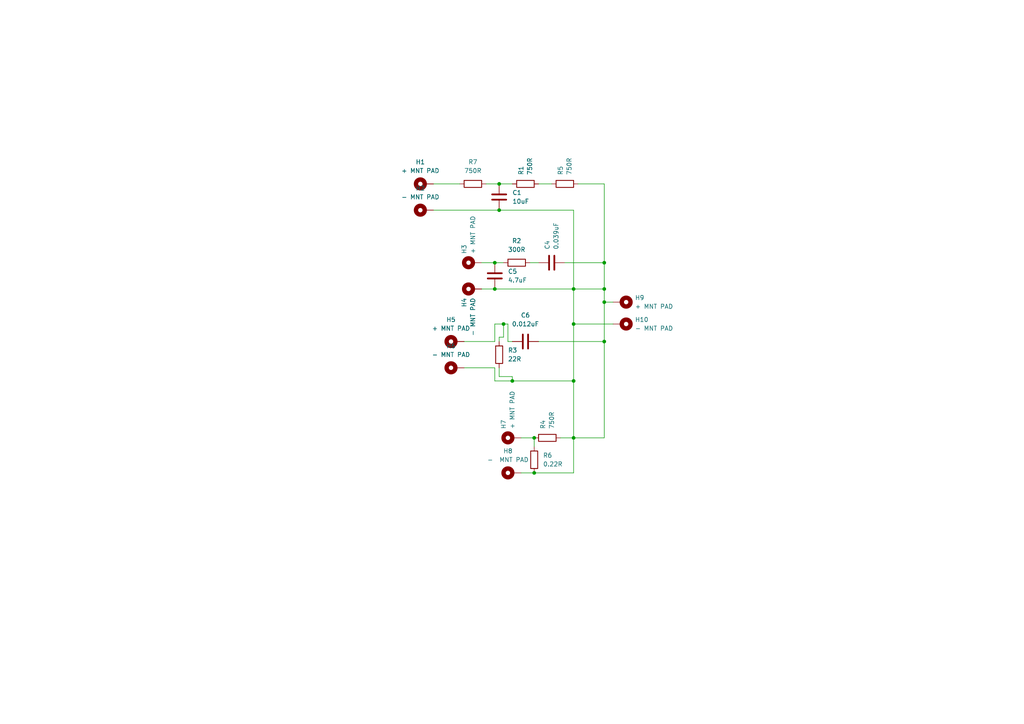
<source format=kicad_sch>
(kicad_sch (version 20250114) (generator "eeschema") (generator_version "9.0")
  (paper "A4")
  (title_block (title "Project Resonator Crossover Circuit PCB") (date "2025-04-01") (rev "Revision 2"))
  (lib_symbols
    (symbol "Device:C" (pin_numbers (hide yes)) (pin_names (offset 0.254))
      (property "Reference" "C" (at 0.635 2.54 0))
      (property "Value" "C" (at 0.635 -2.54 0))
      (symbol "C_0_1"
        (polyline (pts (xy -2.032 0.762) (xy 2.032 0.762)) (stroke (width 0.508)))
        (polyline (pts (xy -2.032 -0.762) (xy 2.032 -0.762)) (stroke (width 0.508)))
      )
      (symbol "C_1_1"
        (pin passive line (at 0 3.81 270) (length 2.794) (name "~") (number "1"))
        (pin passive line (at 0 -3.81 90) (length 2.794) (name "~") (number "2"))
      )
    )
    (symbol "Device:R" (pin_numbers (hide yes)) (pin_names (offset 0))
      (property "Reference" "R" (at 2.032 0 90))
      (property "Value" "R" (at 0 0 90))
      (symbol "R_0_1"
        (rectangle (start -1.016 -2.54) (end 1.016 2.54) (stroke (width 0.254)))
      )
      (symbol "R_1_1"
        (pin passive line (at 0 3.81 270) (length 1.27) (name "~") (number "1"))
        (pin passive line (at 0 -3.81 90) (length 1.27) (name "~") (number "2"))
      )
    )
    (symbol "Mechanical:MountingHole_Pad" (pin_numbers (hide yes)) (pin_names (offset 1.016) (hide yes)) (exclude_from_sim yes) (in_bom no)
      (property "Reference" "H" (at 0 6.35 0))
      (property "Value" "MountingHole_Pad" (at 0 4.445 0))
      (symbol "MountingHole_Pad_0_1"
        (circle (center 0 1.27) (radius 1.27) (stroke (width 1.27)))
      )
      (symbol "MountingHole_Pad_1_1"
        (pin input line (at 0 -2.54 90) (length 2.54) (name "1") (number "1"))
      )
    )
    (symbol "MountingHole_Pad_1" (pin_numbers (hide yes)) (pin_names (offset 1.016) (hide yes)) (exclude_from_sim yes) (in_bom no)
      (property "Reference" "H" (at 0 6.35 0))
      (property "Value" "MountingHole_Pad" (at 0 4.445 0))
      (symbol "MountingHole_Pad_1_0_1"
        (circle (center 0 1.27) (radius 1.27) (stroke (width 1.27)))
      )
      (symbol "MountingHole_Pad_1_1_1"
        (pin input line (at 0 -2.54 90) (length 2.54) (name "1") (number "1"))
      )
    )
    (symbol "R_1" (pin_numbers (hide yes)) (pin_names (offset 0))
      (property "Reference" "R" (at 2.032 0 90))
      (property "Value" "R" (at 0 0 90))
      (symbol "R_1_0_1"
        (rectangle (start -1.016 -2.54) (end 1.016 2.54) (stroke (width 0.254)))
      )
      (symbol "R_1_1_1"
        (pin passive line (at 0 3.81 270) (length 1.27) (name "~") (number "1"))
        (pin passive line (at 0 -3.81 90) (length 1.27) (name "~") (number "2"))
      )
    )
  )
  (junction (at 148.59 110.49))
  (junction (at 143.51 76.2))
  (junction (at 144.78 60.96))
  (junction (at 166.37 127))
  (junction (at 166.37 110.49))
  (junction (at 144.78 53.34))
  (junction (at 146.05 93.98))
  (junction (at 175.26 87.63))
  (junction (at 175.26 99.06))
  (junction (at 175.26 83.82))
  (junction (at 154.94 127))
  (junction (at 166.37 83.82))
  (junction (at 154.94 137.16))
  (junction (at 166.37 93.98))
  (junction (at 175.26 76.2))
  (junction (at 143.51 83.82))
  (wire (pts (xy 175.26 53.34) (xy 175.26 76.2)))
  (wire (pts (xy 154.94 137.16) (xy 166.37 137.16)))
  (wire (pts (xy 143.51 76.2) (xy 146.05 76.2)))
  (wire (pts (xy 175.26 76.2) (xy 175.26 83.82)))
  (wire (pts (xy 163.83 76.2) (xy 175.26 76.2)))
  (wire (pts (xy 144.78 60.96) (xy 166.37 60.96)))
  (wire (pts (xy 153.67 76.2) (xy 156.21 76.2)))
  (wire (pts (xy 143.51 93.98) (xy 143.51 99.06)))
  (wire (pts (xy 154.94 127) (xy 154.94 129.54)))
  (wire (pts (xy 156.21 53.34) (xy 160.02 53.34)))
  (wire (pts (xy 148.59 109.22) (xy 144.78 109.22)))
  (wire (pts (xy 143.51 93.98) (xy 146.05 93.98)))
  (wire (pts (xy 146.05 93.98) (xy 147.32 93.98)))
  (wire (pts (xy 125.73 60.96) (xy 144.78 60.96)))
  (wire (pts (xy 156.21 99.06) (xy 175.26 99.06)))
  (wire (pts (xy 125.73 53.34) (xy 133.35 53.34)))
  (wire (pts (xy 143.51 106.68) (xy 134.62 106.68)))
  (wire (pts (xy 175.26 87.63) (xy 177.8 87.63)))
  (wire (pts (xy 166.37 60.96) (xy 166.37 83.82)))
  (wire (pts (xy 166.37 127) (xy 166.37 137.16)))
  (wire (pts (xy 144.78 97.79) (xy 144.78 99.06)))
  (wire (pts (xy 146.05 97.79) (xy 144.78 97.79)))
  (wire (pts (xy 146.05 93.98) (xy 146.05 97.79)))
  (wire (pts (xy 166.37 110.49) (xy 166.37 127)))
  (wire (pts (xy 151.13 137.16) (xy 154.94 137.16)))
  (wire (pts (xy 166.37 83.82) (xy 175.26 83.82)))
  (wire (pts (xy 144.78 109.22) (xy 144.78 106.68)))
  (wire (pts (xy 143.51 83.82) (xy 166.37 83.82)))
  (wire (pts (xy 166.37 93.98) (xy 177.8 93.98)))
  (wire (pts (xy 166.37 127) (xy 175.26 127)))
  (wire (pts (xy 175.26 99.06) (xy 175.26 127)))
  (wire (pts (xy 140.97 53.34) (xy 144.78 53.34)))
  (wire (pts (xy 162.56 127) (xy 166.37 127)))
  (wire (pts (xy 166.37 83.82) (xy 166.37 93.98)))
  (wire (pts (xy 167.64 53.34) (xy 175.26 53.34)))
  (wire (pts (xy 175.26 87.63) (xy 175.26 99.06)))
  (wire (pts (xy 175.26 83.82) (xy 175.26 87.63)))
  (wire (pts (xy 147.32 93.98) (xy 147.32 99.06)))
  (wire (pts (xy 166.37 93.98) (xy 166.37 110.49)))
  (wire (pts (xy 151.13 127) (xy 154.94 127)))
  (wire (pts (xy 143.51 99.06) (xy 134.62 99.06)))
  (wire (pts (xy 148.59 110.49) (xy 148.59 109.22)))
  (wire (pts (xy 147.32 99.06) (xy 148.59 99.06)))
  (wire (pts (xy 144.78 53.34) (xy 148.59 53.34)))
  (wire (pts (xy 148.59 110.49) (xy 166.37 110.49)))
  (wire (pts (xy 139.7 83.82) (xy 143.51 83.82)))
  (wire (pts (xy 143.51 110.49) (xy 143.51 106.68)))
  (wire (pts (xy 143.51 110.49) (xy 148.59 110.49)))
  (wire (pts (xy 139.7 76.2) (xy 143.51 76.2)))
  (symbol (lib_name "R_1") (lib_id "Device:R") (at 144.78 102.87 0) (unit 1)
    (property "Reference" "R3" (at 147.32 101.5999 0) (effects (justify left)))
    (property "Value" "22R" (at 147.32 104.1399 0) (effects (justify left)))
    (property "Footprint" "Resistor_SMD:R_0402_1005Metric_Pad0.72x0.64mm_HandSolder" (effects (hide yes)))
    (property "Description" "Resistor" (effects (hide yes)))
  )
  (symbol (lib_id "Mechanical:MountingHole_Pad") (at 148.59 137.16 90) (mirror x) (unit 1) (in_bom no)
    (property "Reference" "H8" (at 147.32 130.81 90))
    (property "Value" "-  MNT PAD" (at 147.32 133.35 90))
    (property "Footprint" "TestPoint:TestPoint_Pad_1.0x1.0mm" (effects (hide yes)))
    (property "Description" "Mounting Hole with connection" (effects (hide yes)))
  )
  (symbol (lib_id "Device:C") (at 143.51 80.01 0) (unit 1)
    (property "Reference" "C5" (at 147.32 78.7399 0) (effects (justify left)))
    (property "Value" "4.7uF" (at 147.32 81.2799 0) (effects (justify left)))
    (property "Footprint" "Capacitor_SMD:C_0402_1005Metric_Pad0.74x0.62mm_HandSolder" (effects (hide yes)))
    (property "Description" "Unpolarized capacitor" (effects (hide yes)))
  )
  (symbol (lib_id "Mechanical:MountingHole_Pad") (at 137.16 76.2 90) (unit 1) (in_bom no)
    (property "Reference" "H3" (at 134.6199 73.66 0) (effects (justify left)))
    (property "Value" "+ MNT PAD" (at 137.1599 73.66 0) (effects (justify left)))
    (property "Footprint" "TestPoint:TestPoint_Pad_1.0x1.0mm" (effects (hide yes)))
    (property "Description" "Mounting Hole with connection" (effects (hide yes)))
  )
  (symbol (lib_id "Mechanical:MountingHole_Pad") (at 180.34 87.63 270) (mirror x) (unit 1) (in_bom no)
    (property "Reference" "H9" (at 184.15 86.3599 90) (effects (justify left)))
    (property "Value" "+ MNT PAD" (at 184.15 88.8999 90) (effects (justify left)))
    (property "Footprint" "TestPoint:TestPoint_Pad_1.0x1.0mm" (effects (hide yes)))
    (property "Description" "Mounting Hole with connection" (effects (hide yes)))
  )
  (symbol (lib_id "Mechanical:MountingHole_Pad") (at 132.08 99.06 90) (unit 1) (in_bom no)
    (property "Reference" "H5" (at 130.81 92.71 90))
    (property "Value" "+ MNT PAD" (at 130.81 95.25 90))
    (property "Footprint" "TestPoint:TestPoint_Pad_1.0x1.0mm" (effects (hide yes)))
    (property "Description" "Mounting Hole with connection" (effects (hide yes)))
  )
  (symbol (lib_id "Device:R") (at 154.94 133.35 0) (unit 1)
    (property "Reference" "R6" (at 157.48 132.0799 0) (effects (justify left)))
    (property "Value" "0.22R" (at 157.48 134.6199 0) (effects (justify left)))
    (property "Footprint" "Resistor_SMD:R_0402_1005Metric_Pad0.72x0.64mm_HandSolder" (effects (hide yes)))
    (property "Description" "Resistor" (effects (hide yes)))
  )
  (symbol (lib_id "Mechanical:MountingHole_Pad") (at 180.34 93.98 270) (unit 1) (in_bom no)
    (property "Reference" "H10" (at 184.15 92.7099 90) (effects (justify left)))
    (property "Value" "- MNT PAD" (at 184.15 95.2499 90) (effects (justify left)))
    (property "Footprint" "TestPoint:TestPoint_Pad_1.0x1.0mm" (effects (hide yes)))
    (property "Description" "Mounting Hole with connection" (effects (hide yes)))
  )
  (symbol (lib_id "Mechanical:MountingHole_Pad") (at 148.59 127 90) (unit 1) (in_bom no)
    (property "Reference" "H7" (at 146.0499 124.46 0) (effects (justify left)))
    (property "Value" "+ MNT PAD" (at 148.5899 124.46 0) (effects (justify left)))
    (property "Footprint" "TestPoint:TestPoint_Pad_1.0x1.0mm" (effects (hide yes)))
    (property "Description" "Mounting Hole with connection" (effects (hide yes)))
  )
  (symbol (lib_id "Device:R") (at 149.86 76.2 90) (unit 1)
    (property "Reference" "R2" (at 149.86 69.85 90))
    (property "Value" "300R" (at 149.86 72.39 90))
    (property "Footprint" "Resistor_SMD:R_0402_1005Metric_Pad0.72x0.64mm_HandSolder" (effects (hide yes)))
    (property "Description" "Resistor" (effects (hide yes)))
  )
  (symbol (lib_name "MountingHole_Pad_1") (lib_id "Mechanical:MountingHole_Pad") (at 123.19 53.34 90) (unit 1) (in_bom no)
    (property "Reference" "H1" (at 121.92 46.99 90))
    (property "Value" "+ MNT PAD" (at 121.92 49.53 90))
    (property "Footprint" "TestPoint:TestPoint_Pad_1.0x1.0mm" (effects (hide yes)))
    (property "Description" "Mounting Hole with connection" (effects (hide yes)))
  )
  (symbol (lib_id "Mechanical:MountingHole_Pad") (at 123.19 60.96 90) (mirror x) (unit 1) (in_bom no)
    (property "Reference" "H2" (at 121.92 54.61 90))
    (property "Value" "- MNT PAD" (at 121.92 57.15 90))
    (property "Footprint" "TestPoint:TestPoint_Pad_1.0x1.0mm" (effects (hide yes)))
    (property "Description" "Mounting Hole with connection" (effects (hide yes)))
  )
  (symbol (lib_id "Device:C") (at 144.78 57.15 0) (unit 1)
    (property "Reference" "C1" (at 148.59 55.8799 0) (effects (justify left)))
    (property "Value" "10uF" (at 148.59 58.4199 0) (effects (justify left)))
    (property "Footprint" "Capacitor_SMD:C_0402_1005Metric_Pad0.74x0.62mm_HandSolder" (effects (hide yes)))
    (property "Description" "Unpolarized capacitor" (effects (hide yes)))
  )
  (symbol (lib_id "Device:R") (at 163.83 53.34 90) (unit 1)
    (property "Reference" "R5" (at 162.5599 50.8 0) (effects (justify left)))
    (property "Value" "750R" (at 165.0999 50.8 0) (effects (justify left)))
    (property "Footprint" "Resistor_SMD:R_0402_1005Metric_Pad0.72x0.64mm_HandSolder" (effects (hide yes)))
    (property "Description" "Resistor" (effects (hide yes)))
  )
  (symbol (lib_id "Device:R") (at 137.16 53.34 90) (unit 1)
    (property "Reference" "R7" (at 137.16 46.99 90))
    (property "Value" "750R" (at 137.16 49.53 90))
    (property "Footprint" "Resistor_SMD:R_0402_1005Metric_Pad0.72x0.64mm_HandSolder" (effects (hide yes)))
    (property "Description" "Resistor" (effects (hide yes)))
  )
  (symbol (lib_id "Mechanical:MountingHole_Pad") (at 137.16 83.82 90) (mirror x) (unit 1) (in_bom no)
    (property "Reference" "H4" (at 134.6199 86.36 0) (effects (justify left)))
    (property "Value" "- MNT PAD" (at 137.1599 86.36 0) (effects (justify left)))
    (property "Footprint" "TestPoint:TestPoint_Pad_1.0x1.0mm" (effects (hide yes)))
    (property "Description" "Mounting Hole with connection" (effects (hide yes)))
  )
  (symbol (lib_id "Device:R") (at 152.4 53.34 90) (unit 1)
    (property "Reference" "R1" (at 151.1299 50.8 0) (effects (justify left)))
    (property "Value" "750R" (at 153.6699 50.8 0) (effects (justify left)))
    (property "Footprint" "Resistor_SMD:R_0402_1005Metric_Pad0.72x0.64mm_HandSolder" (effects (hide yes)))
    (property "Description" "Resistor" (effects (hide yes)))
  )
  (symbol (lib_id "Device:C") (at 152.4 99.06 90) (unit 1)
    (property "Reference" "C6" (at 152.4 91.44 90))
    (property "Value" "0.012uF" (at 152.4 93.98 90))
    (property "Footprint" "Capacitor_SMD:C_0402_1005Metric_Pad0.74x0.62mm_HandSolder" (effects (hide yes)))
    (property "Description" "Unpolarized capacitor" (effects (hide yes)))
  )
  (symbol (lib_id "Device:C") (at 160.02 76.2 90) (unit 1)
    (property "Reference" "C4" (at 158.7499 72.39 0) (effects (justify left)))
    (property "Value" "0.039uF" (at 161.2899 72.39 0) (effects (justify left)))
    (property "Footprint" "Capacitor_SMD:C_0402_1005Metric_Pad0.74x0.62mm_HandSolder" (effects (hide yes)))
    (property "Description" "Unpolarized capacitor" (effects (hide yes)))
  )
  (symbol (lib_id "Mechanical:MountingHole_Pad") (at 132.08 106.68 90) (mirror x) (unit 1) (in_bom no)
    (property "Reference" "H6" (at 130.81 100.33 90))
    (property "Value" "- MNT PAD" (at 130.81 102.87 90))
    (property "Footprint" "TestPoint:TestPoint_Pad_1.0x1.0mm" (effects (hide yes)))
    (property "Description" "Mounting Hole with connection" (effects (hide yes)))
  )
  (symbol (lib_id "Device:R") (at 158.75 127 90) (unit 1)
    (property "Reference" "R4" (at 157.4799 124.46 0) (effects (justify left)))
    (property "Value" "750R" (at 160.0199 124.46 0) (effects (justify left)))
    (property "Footprint" "Resistor_SMD:R_0402_1005Metric_Pad0.72x0.64mm_HandSolder" (effects (hide yes)))
    (property "Description" "Resistor" (effects (hide yes)))
  )
)
</source>
